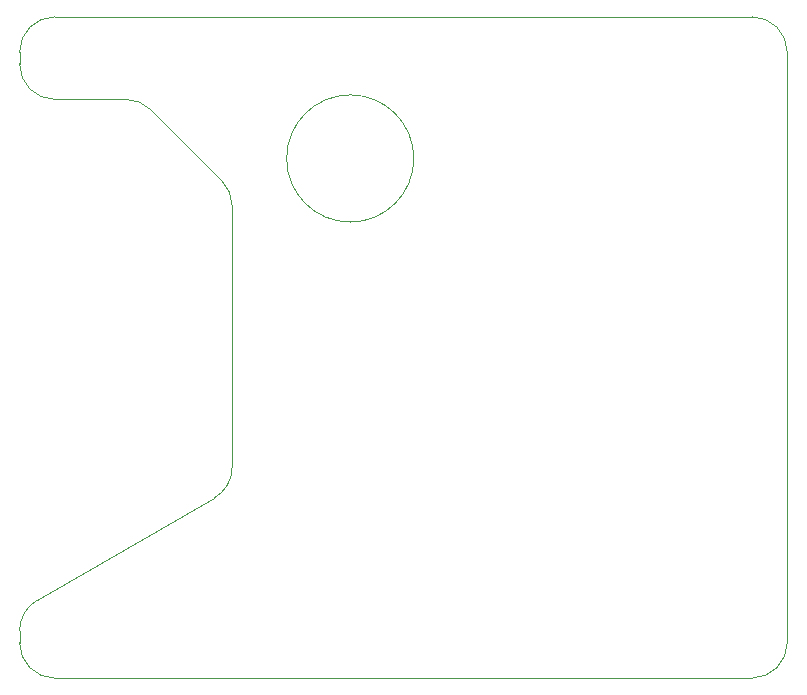
<source format=gbr>
G04 #@! TF.GenerationSoftware,KiCad,Pcbnew,(6.0.0-rc1-dev-1307-g4363cc0be)*
G04 #@! TF.CreationDate,2019-01-19T18:55:04+01:00
G04 #@! TF.ProjectId,authbox-relay-driver,61757468-626f-4782-9d72-656c61792d64,rev?*
G04 #@! TF.SameCoordinates,Original*
G04 #@! TF.FileFunction,Profile,NP*
%FSLAX46Y46*%
G04 Gerber Fmt 4.6, Leading zero omitted, Abs format (unit mm)*
G04 Created by KiCad (PCBNEW (6.0.0-rc1-dev-1307-g4363cc0be)) date Sat 19 Jan 2019 06:55:04 PM CET*
%MOMM*%
%LPD*%
G04 APERTURE LIST*
%ADD10C,0.050000*%
G04 APERTURE END LIST*
D10*
X131549999Y-124813595D02*
G75*
G02X130050000Y-127411670I-2999998J0D01*
G01*
X130050000Y-127411670D02*
X115050000Y-136071924D01*
X113550000Y-138670000D02*
X113550000Y-139670000D01*
X115050000Y-136071924D02*
G75*
G03X113550000Y-138670000I1500000J-2598076D01*
G01*
X116550000Y-142670000D02*
G75*
G02X113550000Y-139670000I0J3000000D01*
G01*
X178550000Y-139670000D02*
G75*
G02X175550000Y-142670000I-3000000J0D01*
G01*
X116550000Y-142670000D02*
X175550000Y-142670000D01*
X131550000Y-102670000D02*
X131549999Y-124813595D01*
X130671320Y-100548680D02*
G75*
G02X131550000Y-102670000I-2121320J-2121320D01*
G01*
X124671320Y-94548680D02*
X130671320Y-100548680D01*
X124671320Y-94548680D02*
G75*
G03X122550000Y-93670000I-2121320J-2121320D01*
G01*
X113550000Y-89670000D02*
X113550000Y-90670000D01*
X146935165Y-98670000D02*
G75*
G03X146935165Y-98670000I-5385165J0D01*
G01*
X116550000Y-93670000D02*
G75*
G02X113550000Y-90670000I0J3000000D01*
G01*
X122550000Y-93670000D02*
X116550000Y-93670000D01*
X175550000Y-86670000D02*
G75*
G02X178550000Y-89670000I0J-3000000D01*
G01*
X113550000Y-89670000D02*
G75*
G02X116550000Y-86670000I3000000J0D01*
G01*
X175550000Y-86670000D02*
X116550000Y-86670000D01*
X178550000Y-139670000D02*
X178550000Y-89670000D01*
M02*

</source>
